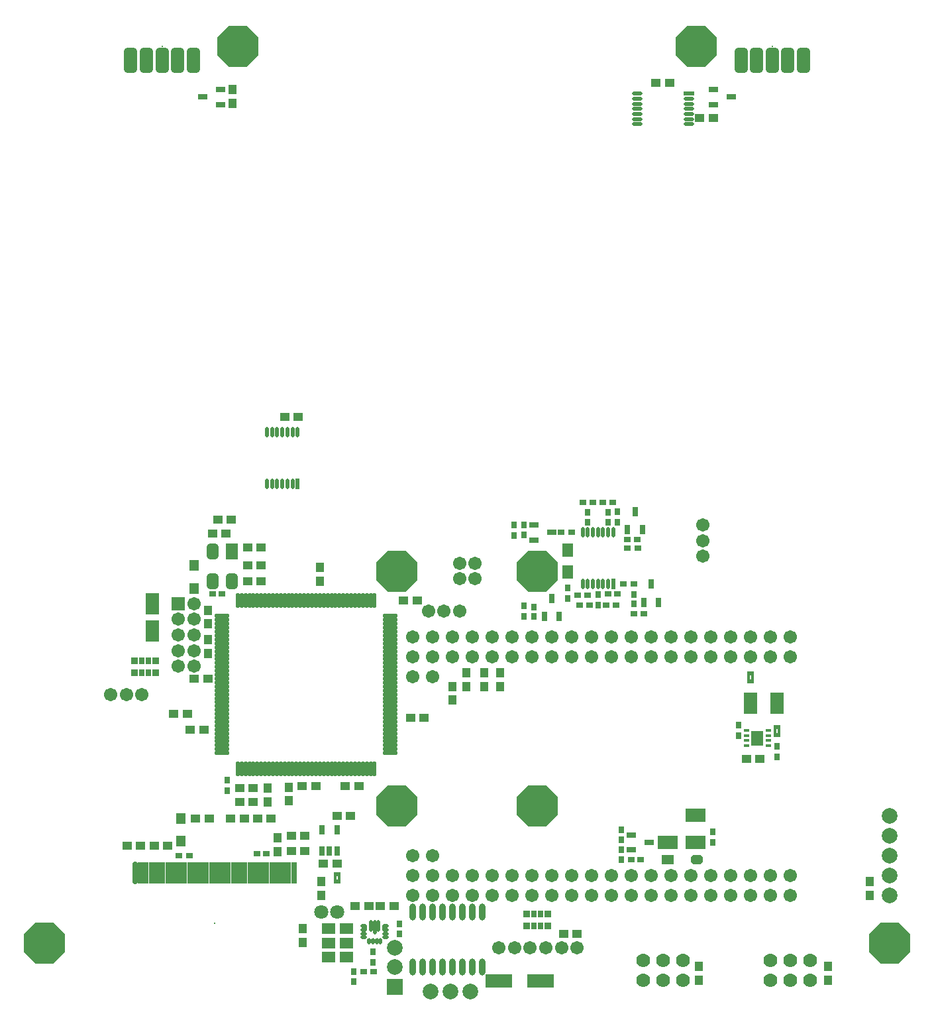
<source format=gbs>
G04*
G04 #@! TF.GenerationSoftware,Altium Limited,Altium Designer,20.1.11 (218)*
G04*
G04 Layer_Color=16711935*
%FSLAX25Y25*%
%MOIN*%
G70*
G04*
G04 #@! TF.SameCoordinates,1E5C8DF0-0C21-4807-87EA-DBAC22A10C90*
G04*
G04*
G04 #@! TF.FilePolarity,Negative*
G04*
G01*
G75*
%ADD40R,0.06800X0.05800*%
%ADD41O,0.02099X0.05300*%
%ADD42R,0.02099X0.05300*%
%ADD43R,0.05800X0.06800*%
%ADD44R,0.03162X0.04737*%
%ADD48R,0.03353X0.03550*%
%ADD49R,0.02684X0.03550*%
%ADD50R,0.04300X0.04600*%
%ADD51R,0.04600X0.04300*%
%ADD54R,0.03800X0.03100*%
%ADD55R,0.03300X0.02800*%
%ADD56R,0.02800X0.03300*%
%ADD57O,0.05300X0.02099*%
%ADD58R,0.05300X0.02099*%
%ADD63R,0.03100X0.03800*%
%ADD64C,0.02368*%
%ADD65P,0.22514X8X22.5*%
%ADD66C,0.06706*%
%ADD67R,0.06706X0.06706*%
G04:AMPARAMS|DCode=68|XSize=8mil|YSize=8mil|CornerRadius=0mil|HoleSize=0mil|Usage=FLASHONLY|Rotation=90.000|XOffset=0mil|YOffset=0mil|HoleType=Round|Shape=RoundedRectangle|*
%AMROUNDEDRECTD68*
21,1,0.00800,0.00800,0,0,90.0*
21,1,0.00800,0.00800,0,0,90.0*
1,1,0.00000,0.00400,0.00400*
1,1,0.00000,0.00400,-0.00400*
1,1,0.00000,-0.00400,-0.00400*
1,1,0.00000,-0.00400,0.00400*
%
%ADD68ROUNDEDRECTD68*%
%ADD69C,0.07887*%
%ADD70R,0.07887X0.07887*%
%ADD71C,0.07099*%
%ADD72C,0.06706*%
%ADD73C,0.00800*%
G04:AMPARAMS|DCode=74|XSize=126.11mil|YSize=67.06mil|CornerRadius=18.76mil|HoleSize=0mil|Usage=FLASHONLY|Rotation=90.000|XOffset=0mil|YOffset=0mil|HoleType=Round|Shape=RoundedRectangle|*
%AMROUNDEDRECTD74*
21,1,0.12611,0.02953,0,0,90.0*
21,1,0.08858,0.06706,0,0,90.0*
1,1,0.03753,0.01476,0.04429*
1,1,0.03753,0.01476,-0.04429*
1,1,0.03753,-0.01476,-0.04429*
1,1,0.03753,-0.01476,0.04429*
%
%ADD74ROUNDEDRECTD74*%
%ADD75C,0.07000*%
%ADD131R,0.04737X0.03162*%
%ADD132O,0.07700X0.02178*%
%ADD133O,0.02178X0.07700*%
%ADD134R,0.07099X0.10839*%
G04:AMPARAMS|DCode=135|XSize=37.53mil|YSize=17.84mil|CornerRadius=6.46mil|HoleSize=0mil|Usage=FLASHONLY|Rotation=270.000|XOffset=0mil|YOffset=0mil|HoleType=Round|Shape=RoundedRectangle|*
%AMROUNDEDRECTD135*
21,1,0.03753,0.00492,0,0,270.0*
21,1,0.02461,0.01784,0,0,270.0*
1,1,0.01292,-0.00246,-0.01230*
1,1,0.01292,-0.00246,0.01230*
1,1,0.01292,0.00246,0.01230*
1,1,0.01292,0.00246,-0.01230*
%
%ADD135ROUNDEDRECTD135*%
G04:AMPARAMS|DCode=136|XSize=31.62mil|YSize=17.84mil|CornerRadius=6.46mil|HoleSize=0mil|Usage=FLASHONLY|Rotation=90.000|XOffset=0mil|YOffset=0mil|HoleType=Round|Shape=RoundedRectangle|*
%AMROUNDEDRECTD136*
21,1,0.03162,0.00492,0,0,90.0*
21,1,0.01870,0.01784,0,0,90.0*
1,1,0.01292,0.00246,0.00935*
1,1,0.01292,0.00246,-0.00935*
1,1,0.01292,-0.00246,-0.00935*
1,1,0.01292,-0.00246,0.00935*
%
%ADD136ROUNDEDRECTD136*%
G04:AMPARAMS|DCode=137|XSize=31.62mil|YSize=17.84mil|CornerRadius=6.46mil|HoleSize=0mil|Usage=FLASHONLY|Rotation=0.000|XOffset=0mil|YOffset=0mil|HoleType=Round|Shape=RoundedRectangle|*
%AMROUNDEDRECTD137*
21,1,0.03162,0.00492,0,0,0.0*
21,1,0.01870,0.01784,0,0,0.0*
1,1,0.01292,0.00935,-0.00246*
1,1,0.01292,-0.00935,-0.00246*
1,1,0.01292,-0.00935,0.00246*
1,1,0.01292,0.00935,0.00246*
%
%ADD137ROUNDEDRECTD137*%
G04:AMPARAMS|DCode=138|XSize=61.15mil|YSize=17.84mil|CornerRadius=6.46mil|HoleSize=0mil|Usage=FLASHONLY|Rotation=270.000|XOffset=0mil|YOffset=0mil|HoleType=Round|Shape=RoundedRectangle|*
%AMROUNDEDRECTD138*
21,1,0.06115,0.00492,0,0,270.0*
21,1,0.04823,0.01784,0,0,270.0*
1,1,0.01292,-0.00246,-0.02411*
1,1,0.01292,-0.00246,0.02411*
1,1,0.01292,0.00246,0.02411*
1,1,0.01292,0.00246,-0.02411*
%
%ADD138ROUNDEDRECTD138*%
G04:AMPARAMS|DCode=139|XSize=74.93mil|YSize=17.84mil|CornerRadius=6.46mil|HoleSize=0mil|Usage=FLASHONLY|Rotation=270.000|XOffset=0mil|YOffset=0mil|HoleType=Round|Shape=RoundedRectangle|*
%AMROUNDEDRECTD139*
21,1,0.07493,0.00492,0,0,270.0*
21,1,0.06201,0.01784,0,0,270.0*
1,1,0.01292,-0.00246,-0.03100*
1,1,0.01292,-0.00246,0.03100*
1,1,0.01292,0.00246,0.03100*
1,1,0.01292,0.00246,-0.03100*
%
%ADD139ROUNDEDRECTD139*%
%ADD140R,0.01784X0.02375*%
%ADD141R,0.03556X0.01981*%
%ADD142O,0.03162X0.08666*%
%ADD143O,0.02762X0.01581*%
%ADD144R,0.06306X0.07290*%
%ADD145R,0.06800X0.10800*%
%ADD146R,0.02768X0.11036*%
G04:AMPARAMS|DCode=147|XSize=110.36mil|YSize=27.68mil|CornerRadius=8.92mil|HoleSize=0mil|Usage=FLASHONLY|Rotation=90.000|XOffset=0mil|YOffset=0mil|HoleType=Round|Shape=RoundedRectangle|*
%AMROUNDEDRECTD147*
21,1,0.11036,0.00984,0,0,90.0*
21,1,0.09252,0.02768,0,0,90.0*
1,1,0.01784,0.00492,0.04626*
1,1,0.01784,0.00492,-0.04626*
1,1,0.01784,-0.00492,-0.04626*
1,1,0.01784,-0.00492,0.04626*
%
%ADD147ROUNDEDRECTD147*%
%ADD148R,0.03162X0.04934*%
%ADD149R,0.04737X0.05721*%
%ADD150R,0.13202X0.07099*%
%ADD151R,0.09855X0.06706*%
G04:AMPARAMS|DCode=152|XSize=59.18mil|YSize=47.37mil|CornerRadius=0mil|HoleSize=0mil|Usage=FLASHONLY|Rotation=0.000|XOffset=0mil|YOffset=0mil|HoleType=Round|Shape=Octagon|*
%AMOCTAGOND152*
4,1,8,0.02959,-0.01184,0.02959,0.01184,0.01775,0.02368,-0.01775,0.02368,-0.02959,0.01184,-0.02959,-0.01184,-0.01775,-0.02368,0.01775,-0.02368,0.02959,-0.01184,0.0*
%
%ADD152OCTAGOND152*%

%ADD153R,0.05918X0.04737*%
G04:AMPARAMS|DCode=154|XSize=78.87mil|YSize=59.18mil|CornerRadius=16.8mil|HoleSize=0mil|Usage=FLASHONLY|Rotation=270.000|XOffset=0mil|YOffset=0mil|HoleType=Round|Shape=RoundedRectangle|*
%AMROUNDEDRECTD154*
21,1,0.07887,0.02559,0,0,270.0*
21,1,0.04528,0.05918,0,0,270.0*
1,1,0.03359,-0.01280,-0.02264*
1,1,0.03359,-0.01280,0.02264*
1,1,0.03359,0.01280,0.02264*
1,1,0.03359,0.01280,-0.02264*
%
%ADD154ROUNDEDRECTD154*%
%ADD155R,0.05918X0.07887*%
D40*
X-60863Y0D02*
D03*
X-69863D02*
D03*
Y-7000D02*
D03*
X-60863D02*
D03*
X-69863Y7396D02*
D03*
X-60863D02*
D03*
D41*
X58146Y180484D02*
D03*
X73500Y206500D02*
D03*
X63264Y206469D02*
D03*
X58146D02*
D03*
X70941D02*
D03*
Y180484D02*
D03*
X65823D02*
D03*
X60705D02*
D03*
X68382D02*
D03*
X63264D02*
D03*
X65823Y206469D02*
D03*
X60705D02*
D03*
X68300Y206500D02*
D03*
X-100677Y231000D02*
D03*
X-85323Y257016D02*
D03*
X-95559Y256984D02*
D03*
X-100677D02*
D03*
X-87882D02*
D03*
Y231000D02*
D03*
X-93000D02*
D03*
X-98118D02*
D03*
X-90441D02*
D03*
X-95559D02*
D03*
X-93000Y256984D02*
D03*
X-98118D02*
D03*
X-90523Y257016D02*
D03*
D42*
X73500Y180484D02*
D03*
X-85323Y231000D02*
D03*
D43*
X50500Y197500D02*
D03*
Y186500D02*
D03*
D44*
X96341Y171429D02*
D03*
X88861D02*
D03*
X92601Y180484D02*
D03*
X46341Y164287D02*
D03*
X38861D02*
D03*
X42601Y173342D02*
D03*
X88240Y207945D02*
D03*
X80760D02*
D03*
X84500Y217000D02*
D03*
D48*
X-167331Y142000D02*
D03*
X-167331Y135937D02*
D03*
X-156701Y142000D02*
D03*
Y135937D02*
D03*
X29980Y14752D02*
D03*
X29980Y8689D02*
D03*
X40610Y14752D02*
D03*
Y8689D02*
D03*
D49*
X-163591Y142000D02*
D03*
Y135937D02*
D03*
X-160441Y142000D02*
D03*
Y135937D02*
D03*
X33720Y14752D02*
D03*
Y8689D02*
D03*
X36870Y14752D02*
D03*
Y8689D02*
D03*
D50*
X-74110Y182000D02*
D03*
Y188900D02*
D03*
X-130500Y152638D02*
D03*
Y145738D02*
D03*
X-89730Y78372D02*
D03*
Y71472D02*
D03*
X-73374Y30839D02*
D03*
Y23939D02*
D03*
X-82689Y7314D02*
D03*
Y414D02*
D03*
X-7399Y122116D02*
D03*
Y129016D02*
D03*
X8628Y129047D02*
D03*
Y135947D02*
D03*
X-298D02*
D03*
Y129047D02*
D03*
X16700Y135947D02*
D03*
Y129047D02*
D03*
X181500Y-18561D02*
D03*
Y-11660D02*
D03*
X116500Y-18561D02*
D03*
Y-11660D02*
D03*
X-100440Y71100D02*
D03*
Y78000D02*
D03*
X202500Y23939D02*
D03*
Y30839D02*
D03*
X-130500Y167412D02*
D03*
Y160512D02*
D03*
X-95411Y52793D02*
D03*
Y45893D02*
D03*
X-118000Y429240D02*
D03*
Y422340D02*
D03*
D51*
X-32000Y172310D02*
D03*
X-25100D02*
D03*
X-121342Y206000D02*
D03*
X-128029D02*
D03*
X-130500Y132953D02*
D03*
X-137400D02*
D03*
X-147777Y115236D02*
D03*
X-140877D02*
D03*
X-132500Y107362D02*
D03*
X-139400D02*
D03*
X-54425Y79000D02*
D03*
X-61325D02*
D03*
X-112206Y62500D02*
D03*
X-118893D02*
D03*
X140476Y92500D02*
D03*
X147376D02*
D03*
X48474Y4752D02*
D03*
X55374D02*
D03*
X-72400Y39888D02*
D03*
X-65500D02*
D03*
X-58600Y63862D02*
D03*
X-65500D02*
D03*
X-118600Y213000D02*
D03*
X-125500D02*
D03*
X-114475Y70848D02*
D03*
X-107575D02*
D03*
X-114475Y78000D02*
D03*
X-107575D02*
D03*
X-98618Y62500D02*
D03*
X-105306D02*
D03*
X-103600Y199000D02*
D03*
X-110500D02*
D03*
X-103600Y190000D02*
D03*
X-110500D02*
D03*
X-36667Y18500D02*
D03*
X-43567D02*
D03*
X-49500D02*
D03*
X-56400D02*
D03*
X-82979Y79000D02*
D03*
X-76079D02*
D03*
X-21603Y113268D02*
D03*
X-28503D02*
D03*
X-81600Y54000D02*
D03*
X-88500D02*
D03*
X-81600Y46414D02*
D03*
X-88500D02*
D03*
X-157500Y49032D02*
D03*
X-150600D02*
D03*
X-171216D02*
D03*
X-164316D02*
D03*
X-129853Y62762D02*
D03*
X-136753D02*
D03*
X-110500Y182000D02*
D03*
X-103600D02*
D03*
X123972Y415000D02*
D03*
X117072D02*
D03*
X-91827Y264500D02*
D03*
X-84927D02*
D03*
X95100Y432500D02*
D03*
X102000D02*
D03*
D54*
X-145000Y44000D02*
D03*
X-139700D02*
D03*
X86060Y198767D02*
D03*
X80760D02*
D03*
X52601Y206469D02*
D03*
X47301D02*
D03*
X78500Y180484D02*
D03*
X83800D02*
D03*
X89100Y165751D02*
D03*
X83800D02*
D03*
D55*
X73120Y221500D02*
D03*
X68300D02*
D03*
X56680Y169833D02*
D03*
X61500D02*
D03*
X58444Y221500D02*
D03*
X63264D02*
D03*
X85580Y203000D02*
D03*
X80760D02*
D03*
X55680Y174929D02*
D03*
X60500D02*
D03*
X75761Y175529D02*
D03*
X70941D02*
D03*
X74820Y169833D02*
D03*
X70000D02*
D03*
X-52031Y-14500D02*
D03*
X-47212D02*
D03*
X87421Y42000D02*
D03*
X82601D02*
D03*
X-100926Y45061D02*
D03*
X-105746D02*
D03*
X-128130Y175500D02*
D03*
X-123310D02*
D03*
D56*
X-34000Y9572D02*
D03*
Y4752D02*
D03*
X-57152Y-14500D02*
D03*
Y-19320D02*
D03*
X70941Y211700D02*
D03*
Y216520D02*
D03*
X33773Y169107D02*
D03*
Y164287D02*
D03*
X28500Y205389D02*
D03*
Y210209D02*
D03*
X83800Y175391D02*
D03*
Y170571D02*
D03*
X60705Y216520D02*
D03*
Y211700D02*
D03*
X77500Y42000D02*
D03*
Y46820D02*
D03*
Y52000D02*
D03*
Y56820D02*
D03*
D57*
X85469Y421977D02*
D03*
X85500Y414382D02*
D03*
Y419500D02*
D03*
X111484Y416941D02*
D03*
Y422059D02*
D03*
Y414382D02*
D03*
Y419500D02*
D03*
Y424618D02*
D03*
X85500D02*
D03*
Y411823D02*
D03*
Y416941D02*
D03*
X85469Y427177D02*
D03*
X111484Y411823D02*
D03*
D58*
X111484Y427177D02*
D03*
D63*
X-47504Y-9800D02*
D03*
Y-4500D02*
D03*
X123500Y50560D02*
D03*
Y55860D02*
D03*
X136500Y104359D02*
D03*
Y109659D02*
D03*
X155900Y99000D02*
D03*
Y93700D02*
D03*
X65823Y175133D02*
D03*
Y169833D02*
D03*
X23500Y204909D02*
D03*
Y210209D02*
D03*
X50500Y178642D02*
D03*
Y173342D02*
D03*
X75761Y211700D02*
D03*
Y217000D02*
D03*
X28500Y169587D02*
D03*
Y164287D02*
D03*
X-120776Y76721D02*
D03*
Y82021D02*
D03*
D64*
X147957Y105048D02*
D03*
X144020D02*
D03*
Y101111D02*
D03*
X147957D02*
D03*
D65*
X-35433Y187008D02*
D03*
X212598Y0D02*
D03*
X-212598D02*
D03*
X35433Y187008D02*
D03*
X115353Y450787D02*
D03*
X-35433Y68898D02*
D03*
X35433D02*
D03*
X-115356Y450787D02*
D03*
D66*
X-11626Y167000D02*
D03*
X-19500D02*
D03*
X-3752D02*
D03*
X-137462Y170687D02*
D03*
X-145336Y162813D02*
D03*
X-137462D02*
D03*
X-145336Y154939D02*
D03*
X-137462D02*
D03*
X-145336Y147065D02*
D03*
X-137462D02*
D03*
X-145336Y139191D02*
D03*
X-137462D02*
D03*
X31752Y-2500D02*
D03*
X16004D02*
D03*
X39626D02*
D03*
X23878D02*
D03*
X47500D02*
D03*
X55374D02*
D03*
X118500Y202374D02*
D03*
Y194500D02*
D03*
Y210248D02*
D03*
X-3874Y191000D02*
D03*
X4000D02*
D03*
X-3874Y183126D02*
D03*
X4000D02*
D03*
X-163591Y125079D02*
D03*
X-179339D02*
D03*
X-171465D02*
D03*
D67*
X-145336Y170687D02*
D03*
D68*
X-127119Y9968D02*
D03*
D69*
X212598Y43940D02*
D03*
Y33939D02*
D03*
Y23939D02*
D03*
Y53939D02*
D03*
Y63939D02*
D03*
X-36500Y-2315D02*
D03*
Y-12157D02*
D03*
X-8372Y-24513D02*
D03*
X1628D02*
D03*
X-18372D02*
D03*
D70*
X-36500Y-22000D02*
D03*
D71*
X-73374Y15500D02*
D03*
X-65500D02*
D03*
D72*
X-27399Y43940D02*
D03*
X-17399D02*
D03*
X-27399Y33939D02*
D03*
Y23939D02*
D03*
X-17399Y33939D02*
D03*
Y23939D02*
D03*
X-7399Y33939D02*
D03*
Y23939D02*
D03*
X2601Y33939D02*
D03*
Y23939D02*
D03*
X12601Y33939D02*
D03*
Y23939D02*
D03*
X22601Y33939D02*
D03*
Y23939D02*
D03*
X32601Y33939D02*
D03*
Y23939D02*
D03*
X42601Y33939D02*
D03*
Y23939D02*
D03*
X52601Y33939D02*
D03*
Y23939D02*
D03*
X62601Y33939D02*
D03*
Y23939D02*
D03*
X72601Y33939D02*
D03*
Y23939D02*
D03*
X82601Y33939D02*
D03*
Y23939D02*
D03*
X92601Y33939D02*
D03*
Y23939D02*
D03*
X102601Y33939D02*
D03*
Y23939D02*
D03*
X112601Y33939D02*
D03*
Y23939D02*
D03*
X122601Y33939D02*
D03*
Y23939D02*
D03*
X132601Y33939D02*
D03*
Y23939D02*
D03*
X142601Y33939D02*
D03*
Y23939D02*
D03*
X152601Y33939D02*
D03*
Y23939D02*
D03*
X162601Y33939D02*
D03*
Y23939D02*
D03*
X-17399Y133940D02*
D03*
X-27399D02*
D03*
Y143939D02*
D03*
Y153939D02*
D03*
X-17399Y143939D02*
D03*
Y153939D02*
D03*
X-7399Y143939D02*
D03*
Y153939D02*
D03*
X2601Y143939D02*
D03*
Y153939D02*
D03*
X12601Y143939D02*
D03*
Y153939D02*
D03*
X22601Y143939D02*
D03*
Y153939D02*
D03*
X32601Y143939D02*
D03*
Y153939D02*
D03*
X42601Y143939D02*
D03*
Y153939D02*
D03*
X52601Y143939D02*
D03*
Y153939D02*
D03*
X62601Y143939D02*
D03*
Y153939D02*
D03*
X72601Y143939D02*
D03*
Y153939D02*
D03*
X82601Y143939D02*
D03*
Y153939D02*
D03*
X92601Y143939D02*
D03*
Y153939D02*
D03*
X102601Y143939D02*
D03*
Y153939D02*
D03*
X112601Y143939D02*
D03*
Y153939D02*
D03*
X122601Y143939D02*
D03*
Y153939D02*
D03*
X132601Y143939D02*
D03*
Y153939D02*
D03*
X142601Y143939D02*
D03*
Y153939D02*
D03*
X152601Y143939D02*
D03*
Y153939D02*
D03*
X162601Y143939D02*
D03*
Y153939D02*
D03*
D73*
X153541Y450787D02*
D03*
X-153543D02*
D03*
D74*
X153541Y443939D02*
D03*
X145667D02*
D03*
X137793D02*
D03*
X169289D02*
D03*
X161415D02*
D03*
X-161417D02*
D03*
X-169291D02*
D03*
X-137795D02*
D03*
X-145669D02*
D03*
X-153543D02*
D03*
D75*
X152601Y-18561D02*
D03*
Y-8561D02*
D03*
X162601Y-18561D02*
D03*
Y-8561D02*
D03*
X172601Y-18561D02*
D03*
Y-8561D02*
D03*
X88500Y-18561D02*
D03*
Y-8561D02*
D03*
X98500Y-18561D02*
D03*
Y-8561D02*
D03*
X108500Y-18561D02*
D03*
Y-8561D02*
D03*
D131*
X-123972Y429240D02*
D03*
Y421760D02*
D03*
X-133028Y425500D02*
D03*
X123972Y421760D02*
D03*
Y429240D02*
D03*
X133028Y425500D02*
D03*
X33546Y202728D02*
D03*
Y210209D02*
D03*
X42601Y206469D02*
D03*
X82601Y46820D02*
D03*
Y54300D02*
D03*
X91656Y50560D02*
D03*
D132*
X-38690Y95551D02*
D03*
Y97520D02*
D03*
Y99488D02*
D03*
Y101457D02*
D03*
Y103425D02*
D03*
Y105394D02*
D03*
Y107362D02*
D03*
Y109331D02*
D03*
Y111299D02*
D03*
Y113268D02*
D03*
Y115236D02*
D03*
Y117205D02*
D03*
Y119173D02*
D03*
Y121142D02*
D03*
Y123110D02*
D03*
Y125079D02*
D03*
Y127047D02*
D03*
Y129016D02*
D03*
Y130984D02*
D03*
Y132953D02*
D03*
Y134921D02*
D03*
Y136890D02*
D03*
Y138858D02*
D03*
Y140827D02*
D03*
Y142795D02*
D03*
Y144764D02*
D03*
Y146732D02*
D03*
Y148701D02*
D03*
Y150669D02*
D03*
Y152638D02*
D03*
Y154606D02*
D03*
Y156575D02*
D03*
Y158543D02*
D03*
Y160512D02*
D03*
Y162480D02*
D03*
Y164449D02*
D03*
X-123310D02*
D03*
Y162480D02*
D03*
Y160512D02*
D03*
Y158543D02*
D03*
Y156575D02*
D03*
Y154606D02*
D03*
Y152638D02*
D03*
Y150669D02*
D03*
Y148701D02*
D03*
Y146732D02*
D03*
Y144764D02*
D03*
Y142795D02*
D03*
Y140827D02*
D03*
Y138858D02*
D03*
Y136890D02*
D03*
Y134921D02*
D03*
Y132953D02*
D03*
Y130984D02*
D03*
Y129016D02*
D03*
Y127047D02*
D03*
Y125079D02*
D03*
Y123110D02*
D03*
Y121142D02*
D03*
Y119173D02*
D03*
Y117205D02*
D03*
Y115236D02*
D03*
Y113268D02*
D03*
Y111299D02*
D03*
Y109331D02*
D03*
Y107362D02*
D03*
Y105394D02*
D03*
Y103425D02*
D03*
Y101457D02*
D03*
Y99488D02*
D03*
Y97520D02*
D03*
Y95551D02*
D03*
D133*
X-46551Y172310D02*
D03*
X-48520D02*
D03*
X-50488D02*
D03*
X-52457D02*
D03*
X-54425D02*
D03*
X-56394D02*
D03*
X-58362D02*
D03*
X-60331D02*
D03*
X-62299D02*
D03*
X-64268D02*
D03*
X-66236D02*
D03*
X-68205D02*
D03*
X-70173D02*
D03*
X-72142D02*
D03*
X-74110D02*
D03*
X-76079D02*
D03*
X-78047D02*
D03*
X-80016D02*
D03*
X-81984D02*
D03*
X-83953D02*
D03*
X-85921D02*
D03*
X-87890D02*
D03*
X-89858D02*
D03*
X-91827D02*
D03*
X-93795D02*
D03*
X-95764D02*
D03*
X-97732D02*
D03*
X-99701D02*
D03*
X-101669D02*
D03*
X-103638D02*
D03*
X-105606D02*
D03*
X-107575D02*
D03*
X-109543D02*
D03*
X-111512D02*
D03*
X-113480D02*
D03*
X-115449D02*
D03*
X-115449Y87690D02*
D03*
X-113480D02*
D03*
X-111512D02*
D03*
X-109543D02*
D03*
X-107575D02*
D03*
X-105606D02*
D03*
X-103638D02*
D03*
X-101669D02*
D03*
X-99701D02*
D03*
X-97732D02*
D03*
X-95764D02*
D03*
X-93795D02*
D03*
X-91827D02*
D03*
X-89858D02*
D03*
X-87890D02*
D03*
X-85921D02*
D03*
X-83953D02*
D03*
X-81984D02*
D03*
X-80016D02*
D03*
X-78047D02*
D03*
X-76079D02*
D03*
X-74110D02*
D03*
X-72142D02*
D03*
X-70173D02*
D03*
X-68205D02*
D03*
X-66236D02*
D03*
X-64268D02*
D03*
X-62299D02*
D03*
X-60331D02*
D03*
X-58362D02*
D03*
X-56394D02*
D03*
X-54425D02*
D03*
X-52457D02*
D03*
X-50488D02*
D03*
X-48520D02*
D03*
X-46551D02*
D03*
D134*
X-158500Y170687D02*
D03*
Y156908D02*
D03*
D135*
X-51342Y7705D02*
D03*
X-41697D02*
D03*
D136*
X-43567Y1110D02*
D03*
X-45535D02*
D03*
X-47504D02*
D03*
X-49472D02*
D03*
D137*
X-52031Y2784D02*
D03*
Y4752D02*
D03*
Y6720D02*
D03*
Y8689D02*
D03*
X-41008D02*
D03*
Y6720D02*
D03*
Y4752D02*
D03*
Y2784D02*
D03*
D138*
X-48488Y8689D02*
D03*
X-44551D02*
D03*
D139*
X-46520Y8000D02*
D03*
D140*
X-64516Y32808D02*
D03*
X-66484D02*
D03*
X143585Y133531D02*
D03*
X141617D02*
D03*
X155016Y106532D02*
D03*
X156984D02*
D03*
D141*
X-65500Y34776D02*
D03*
Y30839D02*
D03*
X142602Y135500D02*
D03*
Y131563D02*
D03*
X155999Y104563D02*
D03*
Y108500D02*
D03*
D142*
X-27405Y15621D02*
D03*
X-22405D02*
D03*
X-17405D02*
D03*
X-12405D02*
D03*
X-7405D02*
D03*
X-2405D02*
D03*
X2595D02*
D03*
X7595D02*
D03*
X7601Y-12157D02*
D03*
X2601D02*
D03*
X-2399D02*
D03*
X-7399D02*
D03*
X-12399D02*
D03*
X-17399D02*
D03*
X-22399D02*
D03*
X-27405D02*
D03*
D143*
X140476Y99241D02*
D03*
Y101800D02*
D03*
Y104359D02*
D03*
Y106918D02*
D03*
X151500D02*
D03*
Y104359D02*
D03*
Y101800D02*
D03*
Y99241D02*
D03*
D144*
X145988Y103080D02*
D03*
D145*
X142601Y120700D02*
D03*
X156101D02*
D03*
D146*
X-164316Y35436D02*
D03*
X-156044Y35440D02*
D03*
X-158800D02*
D03*
X-147777D02*
D03*
X-150533D02*
D03*
X-139509D02*
D03*
X-142265D02*
D03*
X-131241D02*
D03*
X-133997D02*
D03*
X-122974D02*
D03*
X-125730D02*
D03*
X-114706D02*
D03*
X-117458Y35436D02*
D03*
X-106442Y35440D02*
D03*
X-109194D02*
D03*
X-98171D02*
D03*
X-100926Y35436D02*
D03*
X-92659Y35440D02*
D03*
X-87147D02*
D03*
X-153289D02*
D03*
X-161556D02*
D03*
X-120218D02*
D03*
X-128481D02*
D03*
X-136753D02*
D03*
X-145021D02*
D03*
X-89899D02*
D03*
X-95411Y35436D02*
D03*
X-103682Y35440D02*
D03*
X-111946Y35443D02*
D03*
D147*
X-167068Y35440D02*
D03*
D148*
X-65500Y46165D02*
D03*
X-72980D02*
D03*
X-69240D02*
D03*
X-65500Y56795D02*
D03*
X-72980D02*
D03*
D149*
X-137400Y190000D02*
D03*
Y178386D02*
D03*
X-144000Y51148D02*
D03*
Y62762D02*
D03*
D150*
X16004Y-19000D02*
D03*
X36870D02*
D03*
D151*
X101018Y50560D02*
D03*
X114797D02*
D03*
Y64340D02*
D03*
D152*
X115585Y42000D02*
D03*
D153*
X101018D02*
D03*
D154*
X-118494Y182000D02*
D03*
X-128029Y196961D02*
D03*
Y182000D02*
D03*
D155*
X-118494Y196961D02*
D03*
M02*

</source>
